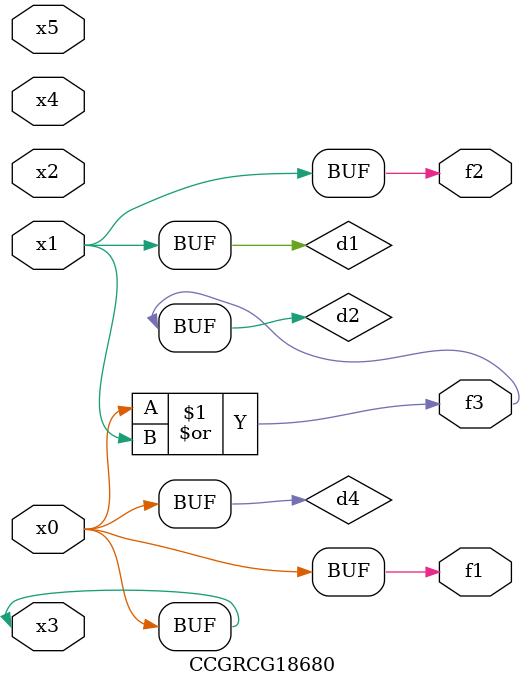
<source format=v>
module CCGRCG18680(
	input x0, x1, x2, x3, x4, x5,
	output f1, f2, f3
);

	wire d1, d2, d3, d4;

	and (d1, x1);
	or (d2, x0, x1);
	nand (d3, x0, x5);
	buf (d4, x0, x3);
	assign f1 = d4;
	assign f2 = d1;
	assign f3 = d2;
endmodule

</source>
